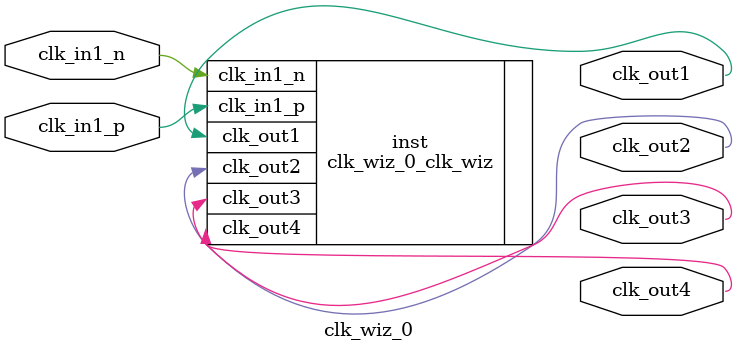
<source format=v>


`timescale 1ps/1ps

(* CORE_GENERATION_INFO = "clk_wiz_0,clk_wiz_v6_0_4_0_0,{component_name=clk_wiz_0,use_phase_alignment=true,use_min_o_jitter=false,use_max_i_jitter=false,use_dyn_phase_shift=false,use_inclk_switchover=false,use_dyn_reconfig=false,enable_axi=0,feedback_source=FDBK_AUTO,PRIMITIVE=MMCM,num_out_clk=4,clkin1_period=5.000,clkin2_period=10.0,use_power_down=false,use_reset=false,use_locked=false,use_inclk_stopped=false,feedback_type=SINGLE,CLOCK_MGR_TYPE=NA,manual_override=false}" *)

module clk_wiz_0 
 (
  // Clock out ports
  output        clk_out1,
  output        clk_out2,
  output        clk_out3,
  output        clk_out4,
 // Clock in ports
  input         clk_in1_p,
  input         clk_in1_n
 );

  clk_wiz_0_clk_wiz inst
  (
  // Clock out ports  
  .clk_out1(clk_out1),
  .clk_out2(clk_out2),
  .clk_out3(clk_out3),
  .clk_out4(clk_out4),
 // Clock in ports
  .clk_in1_p(clk_in1_p),
  .clk_in1_n(clk_in1_n)
  );

endmodule

</source>
